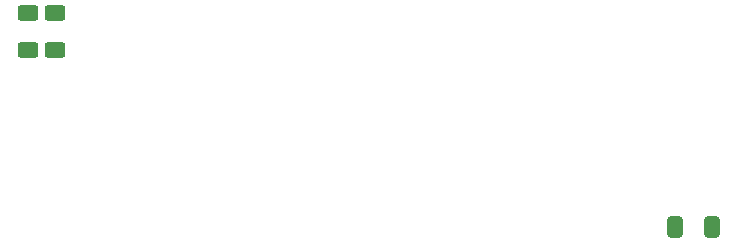
<source format=gbr>
%TF.GenerationSoftware,KiCad,Pcbnew,7.0.9-7.0.9~ubuntu20.04.1*%
%TF.CreationDate,2023-12-27T13:11:39+01:00*%
%TF.ProjectId,6303X_SDIP_Addon,36333033-585f-4534-9449-505f4164646f,rev?*%
%TF.SameCoordinates,Original*%
%TF.FileFunction,Paste,Bot*%
%TF.FilePolarity,Positive*%
%FSLAX46Y46*%
G04 Gerber Fmt 4.6, Leading zero omitted, Abs format (unit mm)*
G04 Created by KiCad (PCBNEW 7.0.9-7.0.9~ubuntu20.04.1) date 2023-12-27 13:11:39*
%MOMM*%
%LPD*%
G01*
G04 APERTURE LIST*
G04 Aperture macros list*
%AMRoundRect*
0 Rectangle with rounded corners*
0 $1 Rounding radius*
0 $2 $3 $4 $5 $6 $7 $8 $9 X,Y pos of 4 corners*
0 Add a 4 corners polygon primitive as box body*
4,1,4,$2,$3,$4,$5,$6,$7,$8,$9,$2,$3,0*
0 Add four circle primitives for the rounded corners*
1,1,$1+$1,$2,$3*
1,1,$1+$1,$4,$5*
1,1,$1+$1,$6,$7*
1,1,$1+$1,$8,$9*
0 Add four rect primitives between the rounded corners*
20,1,$1+$1,$2,$3,$4,$5,0*
20,1,$1+$1,$4,$5,$6,$7,0*
20,1,$1+$1,$6,$7,$8,$9,0*
20,1,$1+$1,$8,$9,$2,$3,0*%
G04 Aperture macros list end*
%ADD10RoundRect,0.250000X0.412500X0.650000X-0.412500X0.650000X-0.412500X-0.650000X0.412500X-0.650000X0*%
%ADD11RoundRect,0.250000X-0.625000X0.400000X-0.625000X-0.400000X0.625000X-0.400000X0.625000X0.400000X0*%
G04 APERTURE END LIST*
D10*
%TO.C,C1*%
X220980000Y-55626000D03*
X217855000Y-55626000D03*
%TD*%
D11*
%TO.C,R1*%
X163068000Y-37566000D03*
X163068000Y-40666000D03*
%TD*%
%TO.C,R2*%
X165354000Y-37566000D03*
X165354000Y-40666000D03*
%TD*%
M02*

</source>
